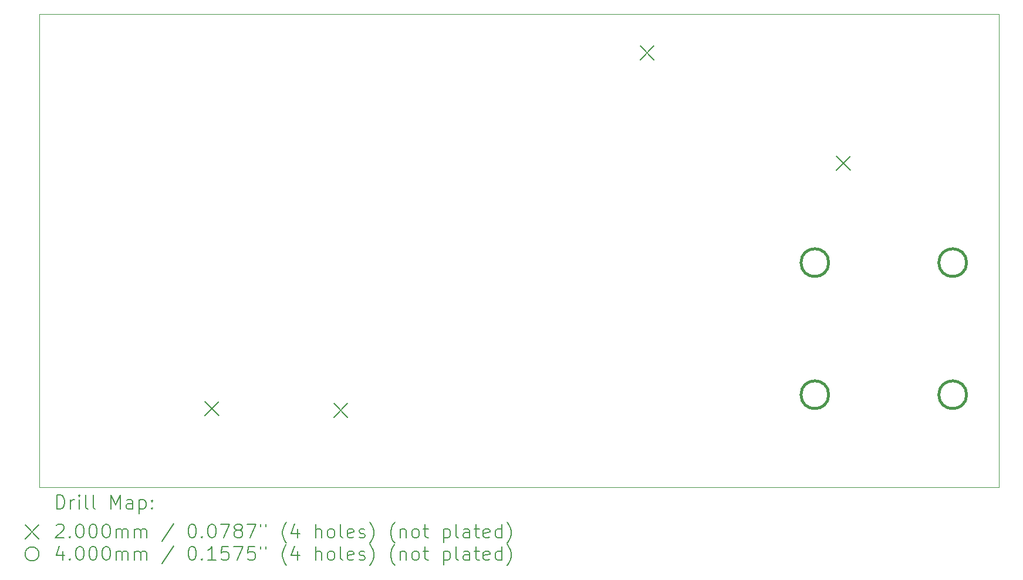
<source format=gbr>
%TF.GenerationSoftware,KiCad,Pcbnew,(6.0.9)*%
%TF.CreationDate,2023-04-14T20:57:21-04:00*%
%TF.ProjectId,rrc_pcb2,7272635f-7063-4623-922e-6b696361645f,rev?*%
%TF.SameCoordinates,Original*%
%TF.FileFunction,Drillmap*%
%TF.FilePolarity,Positive*%
%FSLAX45Y45*%
G04 Gerber Fmt 4.5, Leading zero omitted, Abs format (unit mm)*
G04 Created by KiCad (PCBNEW (6.0.9)) date 2023-04-14 20:57:21*
%MOMM*%
%LPD*%
G01*
G04 APERTURE LIST*
%ADD10C,0.050000*%
%ADD11C,0.200000*%
%ADD12C,0.400000*%
G04 APERTURE END LIST*
D10*
X4191000Y-2065671D02*
X18034000Y-2065671D01*
X18034000Y-2065671D02*
X18034000Y-8890000D01*
X18034000Y-8890000D02*
X4191000Y-8890000D01*
X4191000Y-8890000D02*
X4191000Y-2065671D01*
D11*
X6583633Y-7657465D02*
X6783633Y-7857465D01*
X6783633Y-7657465D02*
X6583633Y-7857465D01*
X8441688Y-7682956D02*
X8641688Y-7882956D01*
X8641688Y-7682956D02*
X8441688Y-7882956D01*
X12862322Y-2523500D02*
X13062322Y-2723500D01*
X13062322Y-2523500D02*
X12862322Y-2723500D01*
X15696000Y-4115500D02*
X15896000Y-4315500D01*
X15896000Y-4115500D02*
X15696000Y-4315500D01*
D12*
X15581552Y-5651214D02*
G75*
G03*
X15581552Y-5651214I-200000J0D01*
G01*
X15581552Y-7556214D02*
G75*
G03*
X15581552Y-7556214I-200000J0D01*
G01*
X17570061Y-5651214D02*
G75*
G03*
X17570061Y-5651214I-200000J0D01*
G01*
X17570061Y-7556214D02*
G75*
G03*
X17570061Y-7556214I-200000J0D01*
G01*
D11*
X4446119Y-9202976D02*
X4446119Y-9002976D01*
X4493738Y-9002976D01*
X4522310Y-9012500D01*
X4541357Y-9031548D01*
X4550881Y-9050595D01*
X4560405Y-9088690D01*
X4560405Y-9117262D01*
X4550881Y-9155357D01*
X4541357Y-9174405D01*
X4522310Y-9193452D01*
X4493738Y-9202976D01*
X4446119Y-9202976D01*
X4646119Y-9202976D02*
X4646119Y-9069643D01*
X4646119Y-9107738D02*
X4655643Y-9088690D01*
X4665167Y-9079167D01*
X4684214Y-9069643D01*
X4703262Y-9069643D01*
X4769929Y-9202976D02*
X4769929Y-9069643D01*
X4769929Y-9002976D02*
X4760405Y-9012500D01*
X4769929Y-9022024D01*
X4779452Y-9012500D01*
X4769929Y-9002976D01*
X4769929Y-9022024D01*
X4893738Y-9202976D02*
X4874690Y-9193452D01*
X4865167Y-9174405D01*
X4865167Y-9002976D01*
X4998500Y-9202976D02*
X4979452Y-9193452D01*
X4969929Y-9174405D01*
X4969929Y-9002976D01*
X5227071Y-9202976D02*
X5227071Y-9002976D01*
X5293738Y-9145833D01*
X5360405Y-9002976D01*
X5360405Y-9202976D01*
X5541357Y-9202976D02*
X5541357Y-9098214D01*
X5531833Y-9079167D01*
X5512786Y-9069643D01*
X5474690Y-9069643D01*
X5455643Y-9079167D01*
X5541357Y-9193452D02*
X5522310Y-9202976D01*
X5474690Y-9202976D01*
X5455643Y-9193452D01*
X5446119Y-9174405D01*
X5446119Y-9155357D01*
X5455643Y-9136310D01*
X5474690Y-9126786D01*
X5522310Y-9126786D01*
X5541357Y-9117262D01*
X5636595Y-9069643D02*
X5636595Y-9269643D01*
X5636595Y-9079167D02*
X5655643Y-9069643D01*
X5693738Y-9069643D01*
X5712786Y-9079167D01*
X5722309Y-9088690D01*
X5731833Y-9107738D01*
X5731833Y-9164881D01*
X5722309Y-9183929D01*
X5712786Y-9193452D01*
X5693738Y-9202976D01*
X5655643Y-9202976D01*
X5636595Y-9193452D01*
X5817548Y-9183929D02*
X5827071Y-9193452D01*
X5817548Y-9202976D01*
X5808024Y-9193452D01*
X5817548Y-9183929D01*
X5817548Y-9202976D01*
X5817548Y-9079167D02*
X5827071Y-9088690D01*
X5817548Y-9098214D01*
X5808024Y-9088690D01*
X5817548Y-9079167D01*
X5817548Y-9098214D01*
X3988500Y-9432500D02*
X4188500Y-9632500D01*
X4188500Y-9432500D02*
X3988500Y-9632500D01*
X4436595Y-9442024D02*
X4446119Y-9432500D01*
X4465167Y-9422976D01*
X4512786Y-9422976D01*
X4531833Y-9432500D01*
X4541357Y-9442024D01*
X4550881Y-9461071D01*
X4550881Y-9480119D01*
X4541357Y-9508690D01*
X4427071Y-9622976D01*
X4550881Y-9622976D01*
X4636595Y-9603929D02*
X4646119Y-9613452D01*
X4636595Y-9622976D01*
X4627071Y-9613452D01*
X4636595Y-9603929D01*
X4636595Y-9622976D01*
X4769929Y-9422976D02*
X4788976Y-9422976D01*
X4808024Y-9432500D01*
X4817548Y-9442024D01*
X4827071Y-9461071D01*
X4836595Y-9499167D01*
X4836595Y-9546786D01*
X4827071Y-9584881D01*
X4817548Y-9603929D01*
X4808024Y-9613452D01*
X4788976Y-9622976D01*
X4769929Y-9622976D01*
X4750881Y-9613452D01*
X4741357Y-9603929D01*
X4731833Y-9584881D01*
X4722310Y-9546786D01*
X4722310Y-9499167D01*
X4731833Y-9461071D01*
X4741357Y-9442024D01*
X4750881Y-9432500D01*
X4769929Y-9422976D01*
X4960405Y-9422976D02*
X4979452Y-9422976D01*
X4998500Y-9432500D01*
X5008024Y-9442024D01*
X5017548Y-9461071D01*
X5027071Y-9499167D01*
X5027071Y-9546786D01*
X5017548Y-9584881D01*
X5008024Y-9603929D01*
X4998500Y-9613452D01*
X4979452Y-9622976D01*
X4960405Y-9622976D01*
X4941357Y-9613452D01*
X4931833Y-9603929D01*
X4922310Y-9584881D01*
X4912786Y-9546786D01*
X4912786Y-9499167D01*
X4922310Y-9461071D01*
X4931833Y-9442024D01*
X4941357Y-9432500D01*
X4960405Y-9422976D01*
X5150881Y-9422976D02*
X5169929Y-9422976D01*
X5188976Y-9432500D01*
X5198500Y-9442024D01*
X5208024Y-9461071D01*
X5217548Y-9499167D01*
X5217548Y-9546786D01*
X5208024Y-9584881D01*
X5198500Y-9603929D01*
X5188976Y-9613452D01*
X5169929Y-9622976D01*
X5150881Y-9622976D01*
X5131833Y-9613452D01*
X5122310Y-9603929D01*
X5112786Y-9584881D01*
X5103262Y-9546786D01*
X5103262Y-9499167D01*
X5112786Y-9461071D01*
X5122310Y-9442024D01*
X5131833Y-9432500D01*
X5150881Y-9422976D01*
X5303262Y-9622976D02*
X5303262Y-9489643D01*
X5303262Y-9508690D02*
X5312786Y-9499167D01*
X5331833Y-9489643D01*
X5360405Y-9489643D01*
X5379452Y-9499167D01*
X5388976Y-9518214D01*
X5388976Y-9622976D01*
X5388976Y-9518214D02*
X5398500Y-9499167D01*
X5417548Y-9489643D01*
X5446119Y-9489643D01*
X5465167Y-9499167D01*
X5474690Y-9518214D01*
X5474690Y-9622976D01*
X5569929Y-9622976D02*
X5569929Y-9489643D01*
X5569929Y-9508690D02*
X5579452Y-9499167D01*
X5598500Y-9489643D01*
X5627071Y-9489643D01*
X5646119Y-9499167D01*
X5655643Y-9518214D01*
X5655643Y-9622976D01*
X5655643Y-9518214D02*
X5665167Y-9499167D01*
X5684214Y-9489643D01*
X5712786Y-9489643D01*
X5731833Y-9499167D01*
X5741357Y-9518214D01*
X5741357Y-9622976D01*
X6131833Y-9413452D02*
X5960405Y-9670595D01*
X6388976Y-9422976D02*
X6408024Y-9422976D01*
X6427071Y-9432500D01*
X6436595Y-9442024D01*
X6446119Y-9461071D01*
X6455643Y-9499167D01*
X6455643Y-9546786D01*
X6446119Y-9584881D01*
X6436595Y-9603929D01*
X6427071Y-9613452D01*
X6408024Y-9622976D01*
X6388976Y-9622976D01*
X6369928Y-9613452D01*
X6360405Y-9603929D01*
X6350881Y-9584881D01*
X6341357Y-9546786D01*
X6341357Y-9499167D01*
X6350881Y-9461071D01*
X6360405Y-9442024D01*
X6369928Y-9432500D01*
X6388976Y-9422976D01*
X6541357Y-9603929D02*
X6550881Y-9613452D01*
X6541357Y-9622976D01*
X6531833Y-9613452D01*
X6541357Y-9603929D01*
X6541357Y-9622976D01*
X6674690Y-9422976D02*
X6693738Y-9422976D01*
X6712786Y-9432500D01*
X6722309Y-9442024D01*
X6731833Y-9461071D01*
X6741357Y-9499167D01*
X6741357Y-9546786D01*
X6731833Y-9584881D01*
X6722309Y-9603929D01*
X6712786Y-9613452D01*
X6693738Y-9622976D01*
X6674690Y-9622976D01*
X6655643Y-9613452D01*
X6646119Y-9603929D01*
X6636595Y-9584881D01*
X6627071Y-9546786D01*
X6627071Y-9499167D01*
X6636595Y-9461071D01*
X6646119Y-9442024D01*
X6655643Y-9432500D01*
X6674690Y-9422976D01*
X6808024Y-9422976D02*
X6941357Y-9422976D01*
X6855643Y-9622976D01*
X7046119Y-9508690D02*
X7027071Y-9499167D01*
X7017548Y-9489643D01*
X7008024Y-9470595D01*
X7008024Y-9461071D01*
X7017548Y-9442024D01*
X7027071Y-9432500D01*
X7046119Y-9422976D01*
X7084214Y-9422976D01*
X7103262Y-9432500D01*
X7112786Y-9442024D01*
X7122309Y-9461071D01*
X7122309Y-9470595D01*
X7112786Y-9489643D01*
X7103262Y-9499167D01*
X7084214Y-9508690D01*
X7046119Y-9508690D01*
X7027071Y-9518214D01*
X7017548Y-9527738D01*
X7008024Y-9546786D01*
X7008024Y-9584881D01*
X7017548Y-9603929D01*
X7027071Y-9613452D01*
X7046119Y-9622976D01*
X7084214Y-9622976D01*
X7103262Y-9613452D01*
X7112786Y-9603929D01*
X7122309Y-9584881D01*
X7122309Y-9546786D01*
X7112786Y-9527738D01*
X7103262Y-9518214D01*
X7084214Y-9508690D01*
X7188976Y-9422976D02*
X7322309Y-9422976D01*
X7236595Y-9622976D01*
X7388976Y-9422976D02*
X7388976Y-9461071D01*
X7465167Y-9422976D02*
X7465167Y-9461071D01*
X7760405Y-9699167D02*
X7750881Y-9689643D01*
X7731833Y-9661071D01*
X7722309Y-9642024D01*
X7712786Y-9613452D01*
X7703262Y-9565833D01*
X7703262Y-9527738D01*
X7712786Y-9480119D01*
X7722309Y-9451548D01*
X7731833Y-9432500D01*
X7750881Y-9403929D01*
X7760405Y-9394405D01*
X7922309Y-9489643D02*
X7922309Y-9622976D01*
X7874690Y-9413452D02*
X7827071Y-9556310D01*
X7950881Y-9556310D01*
X8179452Y-9622976D02*
X8179452Y-9422976D01*
X8265167Y-9622976D02*
X8265167Y-9518214D01*
X8255643Y-9499167D01*
X8236595Y-9489643D01*
X8208024Y-9489643D01*
X8188976Y-9499167D01*
X8179452Y-9508690D01*
X8388976Y-9622976D02*
X8369928Y-9613452D01*
X8360405Y-9603929D01*
X8350881Y-9584881D01*
X8350881Y-9527738D01*
X8360405Y-9508690D01*
X8369928Y-9499167D01*
X8388976Y-9489643D01*
X8417548Y-9489643D01*
X8436595Y-9499167D01*
X8446119Y-9508690D01*
X8455643Y-9527738D01*
X8455643Y-9584881D01*
X8446119Y-9603929D01*
X8436595Y-9613452D01*
X8417548Y-9622976D01*
X8388976Y-9622976D01*
X8569929Y-9622976D02*
X8550881Y-9613452D01*
X8541357Y-9594405D01*
X8541357Y-9422976D01*
X8722310Y-9613452D02*
X8703262Y-9622976D01*
X8665167Y-9622976D01*
X8646119Y-9613452D01*
X8636595Y-9594405D01*
X8636595Y-9518214D01*
X8646119Y-9499167D01*
X8665167Y-9489643D01*
X8703262Y-9489643D01*
X8722310Y-9499167D01*
X8731833Y-9518214D01*
X8731833Y-9537262D01*
X8636595Y-9556310D01*
X8808024Y-9613452D02*
X8827071Y-9622976D01*
X8865167Y-9622976D01*
X8884214Y-9613452D01*
X8893738Y-9594405D01*
X8893738Y-9584881D01*
X8884214Y-9565833D01*
X8865167Y-9556310D01*
X8836595Y-9556310D01*
X8817548Y-9546786D01*
X8808024Y-9527738D01*
X8808024Y-9518214D01*
X8817548Y-9499167D01*
X8836595Y-9489643D01*
X8865167Y-9489643D01*
X8884214Y-9499167D01*
X8960405Y-9699167D02*
X8969929Y-9689643D01*
X8988976Y-9661071D01*
X8998500Y-9642024D01*
X9008024Y-9613452D01*
X9017548Y-9565833D01*
X9017548Y-9527738D01*
X9008024Y-9480119D01*
X8998500Y-9451548D01*
X8988976Y-9432500D01*
X8969929Y-9403929D01*
X8960405Y-9394405D01*
X9322310Y-9699167D02*
X9312786Y-9689643D01*
X9293738Y-9661071D01*
X9284214Y-9642024D01*
X9274690Y-9613452D01*
X9265167Y-9565833D01*
X9265167Y-9527738D01*
X9274690Y-9480119D01*
X9284214Y-9451548D01*
X9293738Y-9432500D01*
X9312786Y-9403929D01*
X9322310Y-9394405D01*
X9398500Y-9489643D02*
X9398500Y-9622976D01*
X9398500Y-9508690D02*
X9408024Y-9499167D01*
X9427071Y-9489643D01*
X9455643Y-9489643D01*
X9474690Y-9499167D01*
X9484214Y-9518214D01*
X9484214Y-9622976D01*
X9608024Y-9622976D02*
X9588976Y-9613452D01*
X9579452Y-9603929D01*
X9569929Y-9584881D01*
X9569929Y-9527738D01*
X9579452Y-9508690D01*
X9588976Y-9499167D01*
X9608024Y-9489643D01*
X9636595Y-9489643D01*
X9655643Y-9499167D01*
X9665167Y-9508690D01*
X9674690Y-9527738D01*
X9674690Y-9584881D01*
X9665167Y-9603929D01*
X9655643Y-9613452D01*
X9636595Y-9622976D01*
X9608024Y-9622976D01*
X9731833Y-9489643D02*
X9808024Y-9489643D01*
X9760405Y-9422976D02*
X9760405Y-9594405D01*
X9769929Y-9613452D01*
X9788976Y-9622976D01*
X9808024Y-9622976D01*
X10027071Y-9489643D02*
X10027071Y-9689643D01*
X10027071Y-9499167D02*
X10046119Y-9489643D01*
X10084214Y-9489643D01*
X10103262Y-9499167D01*
X10112786Y-9508690D01*
X10122310Y-9527738D01*
X10122310Y-9584881D01*
X10112786Y-9603929D01*
X10103262Y-9613452D01*
X10084214Y-9622976D01*
X10046119Y-9622976D01*
X10027071Y-9613452D01*
X10236595Y-9622976D02*
X10217548Y-9613452D01*
X10208024Y-9594405D01*
X10208024Y-9422976D01*
X10398500Y-9622976D02*
X10398500Y-9518214D01*
X10388976Y-9499167D01*
X10369929Y-9489643D01*
X10331833Y-9489643D01*
X10312786Y-9499167D01*
X10398500Y-9613452D02*
X10379452Y-9622976D01*
X10331833Y-9622976D01*
X10312786Y-9613452D01*
X10303262Y-9594405D01*
X10303262Y-9575357D01*
X10312786Y-9556310D01*
X10331833Y-9546786D01*
X10379452Y-9546786D01*
X10398500Y-9537262D01*
X10465167Y-9489643D02*
X10541357Y-9489643D01*
X10493738Y-9422976D02*
X10493738Y-9594405D01*
X10503262Y-9613452D01*
X10522310Y-9622976D01*
X10541357Y-9622976D01*
X10684214Y-9613452D02*
X10665167Y-9622976D01*
X10627071Y-9622976D01*
X10608024Y-9613452D01*
X10598500Y-9594405D01*
X10598500Y-9518214D01*
X10608024Y-9499167D01*
X10627071Y-9489643D01*
X10665167Y-9489643D01*
X10684214Y-9499167D01*
X10693738Y-9518214D01*
X10693738Y-9537262D01*
X10598500Y-9556310D01*
X10865167Y-9622976D02*
X10865167Y-9422976D01*
X10865167Y-9613452D02*
X10846119Y-9622976D01*
X10808024Y-9622976D01*
X10788976Y-9613452D01*
X10779452Y-9603929D01*
X10769929Y-9584881D01*
X10769929Y-9527738D01*
X10779452Y-9508690D01*
X10788976Y-9499167D01*
X10808024Y-9489643D01*
X10846119Y-9489643D01*
X10865167Y-9499167D01*
X10941357Y-9699167D02*
X10950881Y-9689643D01*
X10969929Y-9661071D01*
X10979452Y-9642024D01*
X10988976Y-9613452D01*
X10998500Y-9565833D01*
X10998500Y-9527738D01*
X10988976Y-9480119D01*
X10979452Y-9451548D01*
X10969929Y-9432500D01*
X10950881Y-9403929D01*
X10941357Y-9394405D01*
X4188500Y-9852500D02*
G75*
G03*
X4188500Y-9852500I-100000J0D01*
G01*
X4531833Y-9809643D02*
X4531833Y-9942976D01*
X4484214Y-9733452D02*
X4436595Y-9876310D01*
X4560405Y-9876310D01*
X4636595Y-9923929D02*
X4646119Y-9933452D01*
X4636595Y-9942976D01*
X4627071Y-9933452D01*
X4636595Y-9923929D01*
X4636595Y-9942976D01*
X4769929Y-9742976D02*
X4788976Y-9742976D01*
X4808024Y-9752500D01*
X4817548Y-9762024D01*
X4827071Y-9781071D01*
X4836595Y-9819167D01*
X4836595Y-9866786D01*
X4827071Y-9904881D01*
X4817548Y-9923929D01*
X4808024Y-9933452D01*
X4788976Y-9942976D01*
X4769929Y-9942976D01*
X4750881Y-9933452D01*
X4741357Y-9923929D01*
X4731833Y-9904881D01*
X4722310Y-9866786D01*
X4722310Y-9819167D01*
X4731833Y-9781071D01*
X4741357Y-9762024D01*
X4750881Y-9752500D01*
X4769929Y-9742976D01*
X4960405Y-9742976D02*
X4979452Y-9742976D01*
X4998500Y-9752500D01*
X5008024Y-9762024D01*
X5017548Y-9781071D01*
X5027071Y-9819167D01*
X5027071Y-9866786D01*
X5017548Y-9904881D01*
X5008024Y-9923929D01*
X4998500Y-9933452D01*
X4979452Y-9942976D01*
X4960405Y-9942976D01*
X4941357Y-9933452D01*
X4931833Y-9923929D01*
X4922310Y-9904881D01*
X4912786Y-9866786D01*
X4912786Y-9819167D01*
X4922310Y-9781071D01*
X4931833Y-9762024D01*
X4941357Y-9752500D01*
X4960405Y-9742976D01*
X5150881Y-9742976D02*
X5169929Y-9742976D01*
X5188976Y-9752500D01*
X5198500Y-9762024D01*
X5208024Y-9781071D01*
X5217548Y-9819167D01*
X5217548Y-9866786D01*
X5208024Y-9904881D01*
X5198500Y-9923929D01*
X5188976Y-9933452D01*
X5169929Y-9942976D01*
X5150881Y-9942976D01*
X5131833Y-9933452D01*
X5122310Y-9923929D01*
X5112786Y-9904881D01*
X5103262Y-9866786D01*
X5103262Y-9819167D01*
X5112786Y-9781071D01*
X5122310Y-9762024D01*
X5131833Y-9752500D01*
X5150881Y-9742976D01*
X5303262Y-9942976D02*
X5303262Y-9809643D01*
X5303262Y-9828690D02*
X5312786Y-9819167D01*
X5331833Y-9809643D01*
X5360405Y-9809643D01*
X5379452Y-9819167D01*
X5388976Y-9838214D01*
X5388976Y-9942976D01*
X5388976Y-9838214D02*
X5398500Y-9819167D01*
X5417548Y-9809643D01*
X5446119Y-9809643D01*
X5465167Y-9819167D01*
X5474690Y-9838214D01*
X5474690Y-9942976D01*
X5569929Y-9942976D02*
X5569929Y-9809643D01*
X5569929Y-9828690D02*
X5579452Y-9819167D01*
X5598500Y-9809643D01*
X5627071Y-9809643D01*
X5646119Y-9819167D01*
X5655643Y-9838214D01*
X5655643Y-9942976D01*
X5655643Y-9838214D02*
X5665167Y-9819167D01*
X5684214Y-9809643D01*
X5712786Y-9809643D01*
X5731833Y-9819167D01*
X5741357Y-9838214D01*
X5741357Y-9942976D01*
X6131833Y-9733452D02*
X5960405Y-9990595D01*
X6388976Y-9742976D02*
X6408024Y-9742976D01*
X6427071Y-9752500D01*
X6436595Y-9762024D01*
X6446119Y-9781071D01*
X6455643Y-9819167D01*
X6455643Y-9866786D01*
X6446119Y-9904881D01*
X6436595Y-9923929D01*
X6427071Y-9933452D01*
X6408024Y-9942976D01*
X6388976Y-9942976D01*
X6369928Y-9933452D01*
X6360405Y-9923929D01*
X6350881Y-9904881D01*
X6341357Y-9866786D01*
X6341357Y-9819167D01*
X6350881Y-9781071D01*
X6360405Y-9762024D01*
X6369928Y-9752500D01*
X6388976Y-9742976D01*
X6541357Y-9923929D02*
X6550881Y-9933452D01*
X6541357Y-9942976D01*
X6531833Y-9933452D01*
X6541357Y-9923929D01*
X6541357Y-9942976D01*
X6741357Y-9942976D02*
X6627071Y-9942976D01*
X6684214Y-9942976D02*
X6684214Y-9742976D01*
X6665167Y-9771548D01*
X6646119Y-9790595D01*
X6627071Y-9800119D01*
X6922309Y-9742976D02*
X6827071Y-9742976D01*
X6817548Y-9838214D01*
X6827071Y-9828690D01*
X6846119Y-9819167D01*
X6893738Y-9819167D01*
X6912786Y-9828690D01*
X6922309Y-9838214D01*
X6931833Y-9857262D01*
X6931833Y-9904881D01*
X6922309Y-9923929D01*
X6912786Y-9933452D01*
X6893738Y-9942976D01*
X6846119Y-9942976D01*
X6827071Y-9933452D01*
X6817548Y-9923929D01*
X6998500Y-9742976D02*
X7131833Y-9742976D01*
X7046119Y-9942976D01*
X7303262Y-9742976D02*
X7208024Y-9742976D01*
X7198500Y-9838214D01*
X7208024Y-9828690D01*
X7227071Y-9819167D01*
X7274690Y-9819167D01*
X7293738Y-9828690D01*
X7303262Y-9838214D01*
X7312786Y-9857262D01*
X7312786Y-9904881D01*
X7303262Y-9923929D01*
X7293738Y-9933452D01*
X7274690Y-9942976D01*
X7227071Y-9942976D01*
X7208024Y-9933452D01*
X7198500Y-9923929D01*
X7388976Y-9742976D02*
X7388976Y-9781071D01*
X7465167Y-9742976D02*
X7465167Y-9781071D01*
X7760405Y-10019167D02*
X7750881Y-10009643D01*
X7731833Y-9981071D01*
X7722309Y-9962024D01*
X7712786Y-9933452D01*
X7703262Y-9885833D01*
X7703262Y-9847738D01*
X7712786Y-9800119D01*
X7722309Y-9771548D01*
X7731833Y-9752500D01*
X7750881Y-9723929D01*
X7760405Y-9714405D01*
X7922309Y-9809643D02*
X7922309Y-9942976D01*
X7874690Y-9733452D02*
X7827071Y-9876310D01*
X7950881Y-9876310D01*
X8179452Y-9942976D02*
X8179452Y-9742976D01*
X8265167Y-9942976D02*
X8265167Y-9838214D01*
X8255643Y-9819167D01*
X8236595Y-9809643D01*
X8208024Y-9809643D01*
X8188976Y-9819167D01*
X8179452Y-9828690D01*
X8388976Y-9942976D02*
X8369928Y-9933452D01*
X8360405Y-9923929D01*
X8350881Y-9904881D01*
X8350881Y-9847738D01*
X8360405Y-9828690D01*
X8369928Y-9819167D01*
X8388976Y-9809643D01*
X8417548Y-9809643D01*
X8436595Y-9819167D01*
X8446119Y-9828690D01*
X8455643Y-9847738D01*
X8455643Y-9904881D01*
X8446119Y-9923929D01*
X8436595Y-9933452D01*
X8417548Y-9942976D01*
X8388976Y-9942976D01*
X8569929Y-9942976D02*
X8550881Y-9933452D01*
X8541357Y-9914405D01*
X8541357Y-9742976D01*
X8722310Y-9933452D02*
X8703262Y-9942976D01*
X8665167Y-9942976D01*
X8646119Y-9933452D01*
X8636595Y-9914405D01*
X8636595Y-9838214D01*
X8646119Y-9819167D01*
X8665167Y-9809643D01*
X8703262Y-9809643D01*
X8722310Y-9819167D01*
X8731833Y-9838214D01*
X8731833Y-9857262D01*
X8636595Y-9876310D01*
X8808024Y-9933452D02*
X8827071Y-9942976D01*
X8865167Y-9942976D01*
X8884214Y-9933452D01*
X8893738Y-9914405D01*
X8893738Y-9904881D01*
X8884214Y-9885833D01*
X8865167Y-9876310D01*
X8836595Y-9876310D01*
X8817548Y-9866786D01*
X8808024Y-9847738D01*
X8808024Y-9838214D01*
X8817548Y-9819167D01*
X8836595Y-9809643D01*
X8865167Y-9809643D01*
X8884214Y-9819167D01*
X8960405Y-10019167D02*
X8969929Y-10009643D01*
X8988976Y-9981071D01*
X8998500Y-9962024D01*
X9008024Y-9933452D01*
X9017548Y-9885833D01*
X9017548Y-9847738D01*
X9008024Y-9800119D01*
X8998500Y-9771548D01*
X8988976Y-9752500D01*
X8969929Y-9723929D01*
X8960405Y-9714405D01*
X9322310Y-10019167D02*
X9312786Y-10009643D01*
X9293738Y-9981071D01*
X9284214Y-9962024D01*
X9274690Y-9933452D01*
X9265167Y-9885833D01*
X9265167Y-9847738D01*
X9274690Y-9800119D01*
X9284214Y-9771548D01*
X9293738Y-9752500D01*
X9312786Y-9723929D01*
X9322310Y-9714405D01*
X9398500Y-9809643D02*
X9398500Y-9942976D01*
X9398500Y-9828690D02*
X9408024Y-9819167D01*
X9427071Y-9809643D01*
X9455643Y-9809643D01*
X9474690Y-9819167D01*
X9484214Y-9838214D01*
X9484214Y-9942976D01*
X9608024Y-9942976D02*
X9588976Y-9933452D01*
X9579452Y-9923929D01*
X9569929Y-9904881D01*
X9569929Y-9847738D01*
X9579452Y-9828690D01*
X9588976Y-9819167D01*
X9608024Y-9809643D01*
X9636595Y-9809643D01*
X9655643Y-9819167D01*
X9665167Y-9828690D01*
X9674690Y-9847738D01*
X9674690Y-9904881D01*
X9665167Y-9923929D01*
X9655643Y-9933452D01*
X9636595Y-9942976D01*
X9608024Y-9942976D01*
X9731833Y-9809643D02*
X9808024Y-9809643D01*
X9760405Y-9742976D02*
X9760405Y-9914405D01*
X9769929Y-9933452D01*
X9788976Y-9942976D01*
X9808024Y-9942976D01*
X10027071Y-9809643D02*
X10027071Y-10009643D01*
X10027071Y-9819167D02*
X10046119Y-9809643D01*
X10084214Y-9809643D01*
X10103262Y-9819167D01*
X10112786Y-9828690D01*
X10122310Y-9847738D01*
X10122310Y-9904881D01*
X10112786Y-9923929D01*
X10103262Y-9933452D01*
X10084214Y-9942976D01*
X10046119Y-9942976D01*
X10027071Y-9933452D01*
X10236595Y-9942976D02*
X10217548Y-9933452D01*
X10208024Y-9914405D01*
X10208024Y-9742976D01*
X10398500Y-9942976D02*
X10398500Y-9838214D01*
X10388976Y-9819167D01*
X10369929Y-9809643D01*
X10331833Y-9809643D01*
X10312786Y-9819167D01*
X10398500Y-9933452D02*
X10379452Y-9942976D01*
X10331833Y-9942976D01*
X10312786Y-9933452D01*
X10303262Y-9914405D01*
X10303262Y-9895357D01*
X10312786Y-9876310D01*
X10331833Y-9866786D01*
X10379452Y-9866786D01*
X10398500Y-9857262D01*
X10465167Y-9809643D02*
X10541357Y-9809643D01*
X10493738Y-9742976D02*
X10493738Y-9914405D01*
X10503262Y-9933452D01*
X10522310Y-9942976D01*
X10541357Y-9942976D01*
X10684214Y-9933452D02*
X10665167Y-9942976D01*
X10627071Y-9942976D01*
X10608024Y-9933452D01*
X10598500Y-9914405D01*
X10598500Y-9838214D01*
X10608024Y-9819167D01*
X10627071Y-9809643D01*
X10665167Y-9809643D01*
X10684214Y-9819167D01*
X10693738Y-9838214D01*
X10693738Y-9857262D01*
X10598500Y-9876310D01*
X10865167Y-9942976D02*
X10865167Y-9742976D01*
X10865167Y-9933452D02*
X10846119Y-9942976D01*
X10808024Y-9942976D01*
X10788976Y-9933452D01*
X10779452Y-9923929D01*
X10769929Y-9904881D01*
X10769929Y-9847738D01*
X10779452Y-9828690D01*
X10788976Y-9819167D01*
X10808024Y-9809643D01*
X10846119Y-9809643D01*
X10865167Y-9819167D01*
X10941357Y-10019167D02*
X10950881Y-10009643D01*
X10969929Y-9981071D01*
X10979452Y-9962024D01*
X10988976Y-9933452D01*
X10998500Y-9885833D01*
X10998500Y-9847738D01*
X10988976Y-9800119D01*
X10979452Y-9771548D01*
X10969929Y-9752500D01*
X10950881Y-9723929D01*
X10941357Y-9714405D01*
M02*

</source>
